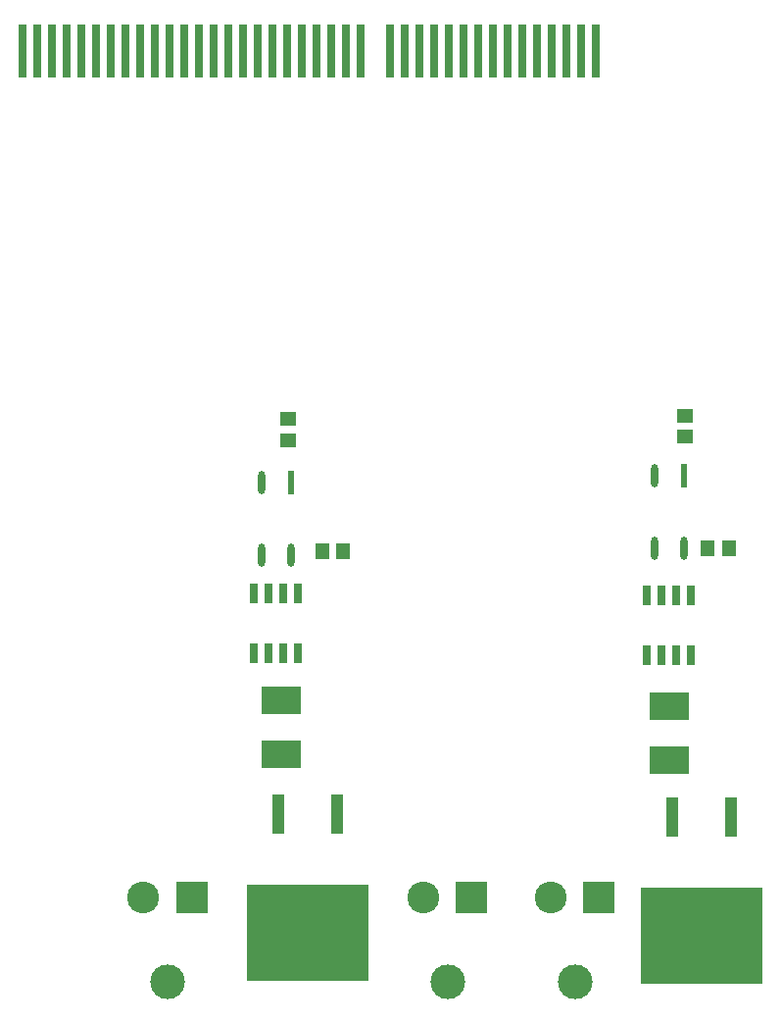
<source format=gbr>
%TF.GenerationSoftware,Altium Limited,Altium Designer,22.11.1 (43)*%
G04 Layer_Color=255*
%FSLAX45Y45*%
%MOMM*%
%TF.SameCoordinates,F2FF868D-8EDF-4B6E-A412-4C3DA5591A8F*%
%TF.FilePolarity,Positive*%
%TF.FileFunction,Pads,Top*%
%TF.Part,Single*%
G01*
G75*
%TA.AperFunction,SMDPad,CuDef*%
%ADD10R,1.01600X3.50400*%
%ADD11R,10.49000X8.38000*%
%ADD12R,0.61213X2.00303*%
G04:AMPARAMS|DCode=13|XSize=2.00303mm|YSize=0.61213mm|CornerRadius=0.30606mm|HoleSize=0mm|Usage=FLASHONLY|Rotation=270.000|XOffset=0mm|YOffset=0mm|HoleType=Round|Shape=RoundedRectangle|*
%AMROUNDEDRECTD13*
21,1,2.00303,0.00000,0,0,270.0*
21,1,1.39090,0.61213,0,0,270.0*
1,1,0.61213,0.00000,-0.69545*
1,1,0.61213,0.00000,0.69545*
1,1,0.61213,0.00000,0.69545*
1,1,0.61213,0.00000,-0.69545*
%
%ADD13ROUNDEDRECTD13*%
G04:AMPARAMS|DCode=14|XSize=1.76mm|YSize=0.6mm|CornerRadius=0.075mm|HoleSize=0mm|Usage=FLASHONLY|Rotation=270.000|XOffset=0mm|YOffset=0mm|HoleType=Round|Shape=RoundedRectangle|*
%AMROUNDEDRECTD14*
21,1,1.76000,0.45000,0,0,270.0*
21,1,1.61000,0.60000,0,0,270.0*
1,1,0.15000,-0.22500,-0.80500*
1,1,0.15000,-0.22500,0.80500*
1,1,0.15000,0.22500,0.80500*
1,1,0.15000,0.22500,-0.80500*
%
%ADD14ROUNDEDRECTD14*%
%ADD15R,1.20000X1.40000*%
%ADD16R,3.35000X2.45000*%
%ADD17R,1.40000X1.20000*%
%ADD18R,0.66000X4.57200*%
%TA.AperFunction,ComponentPad*%
%ADD23C,3.00000*%
%ADD24R,2.75000X2.75000*%
%ADD25C,2.75000*%
D10*
X5040000Y3170000D02*
D03*
X4532000D02*
D03*
X8440000Y3150000D02*
D03*
X7932000D02*
D03*
D11*
X4786000Y2145000D02*
D03*
X8186000Y2125000D02*
D03*
D12*
X4637000Y6035004D02*
D03*
X8035500Y6095005D02*
D03*
D13*
X4383000Y6035004D02*
D03*
Y5404996D02*
D03*
X4637000D02*
D03*
X7781500Y6095005D02*
D03*
Y5464996D02*
D03*
X8035500D02*
D03*
D14*
X8094000Y4540000D02*
D03*
X7967000D02*
D03*
X7840000D02*
D03*
X7713000D02*
D03*
Y5056000D02*
D03*
X7840000D02*
D03*
X7967000D02*
D03*
X8094000D02*
D03*
X4700500Y4560000D02*
D03*
X4573500D02*
D03*
X4446500D02*
D03*
X4319500D02*
D03*
Y5076000D02*
D03*
X4446500D02*
D03*
X4573500D02*
D03*
X4700500D02*
D03*
D15*
X8240000Y5470000D02*
D03*
X8420000D02*
D03*
X5090000Y5440000D02*
D03*
X4910000D02*
D03*
D16*
X7910000Y4105000D02*
D03*
Y3635000D02*
D03*
X4550000Y4155000D02*
D03*
Y3685000D02*
D03*
D17*
X8040000Y6430000D02*
D03*
Y6610000D02*
D03*
X4610000Y6400000D02*
D03*
Y6580000D02*
D03*
D18*
X2317650Y9760000D02*
D03*
X2444650D02*
D03*
X2571650D02*
D03*
X2698650D02*
D03*
X2825650D02*
D03*
X2952650D02*
D03*
X3079650D02*
D03*
X3206650D02*
D03*
X3333650D02*
D03*
X3460650D02*
D03*
X3587650D02*
D03*
X3714650D02*
D03*
X3841650D02*
D03*
X3968650D02*
D03*
X4095650D02*
D03*
X4222650D02*
D03*
X4349650D02*
D03*
X4476650D02*
D03*
X4603650D02*
D03*
X4730650D02*
D03*
X4857650D02*
D03*
X4984650D02*
D03*
X5111650D02*
D03*
X5238650D02*
D03*
X5492650D02*
D03*
X5619650D02*
D03*
X5746650D02*
D03*
X5873650D02*
D03*
X6000650D02*
D03*
X6127650D02*
D03*
X6254650D02*
D03*
X6381650D02*
D03*
X6508650D02*
D03*
X6635650D02*
D03*
X6762650D02*
D03*
X6889650D02*
D03*
X7016650D02*
D03*
X7143650D02*
D03*
X7270650D02*
D03*
D23*
X5990000Y1720000D02*
D03*
X3570000D02*
D03*
X7090000D02*
D03*
D24*
X6200000Y2450000D02*
D03*
X3780000D02*
D03*
X7300000D02*
D03*
D25*
X5780000D02*
D03*
X3360000D02*
D03*
X6880000D02*
D03*
%TF.MD5,96eee265637c548a6b3370626217057a*%
M02*

</source>
